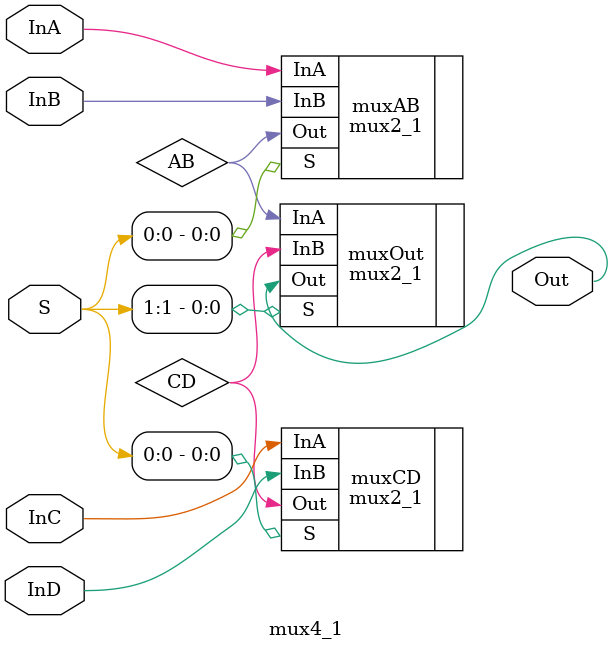
<source format=v>
/*
    CS/ECE 552 Spring '19
    Homework #3, Problem 1

    4-1 mux template
*/
module mux4_1(InA, InB, InC, InD, S, Out);
    input        InA, InB, InC, InD;
    input [1:0]  S;
    output       Out;

    wire AB, CD;

    mux2_1 muxAB(.InA(InA), .InB(InB), .S(S[0]), .Out(AB));
    mux2_1 muxCD(.InA(InC), .InB(InD), .S(S[0]), .Out(CD));
    mux2_1 muxOut(.InA(AB), .InB(CD), .S(S[1]), .Out(Out));

endmodule

</source>
